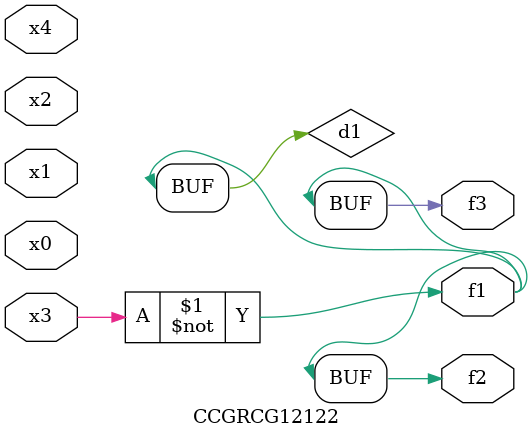
<source format=v>
module CCGRCG12122(
	input x0, x1, x2, x3, x4,
	output f1, f2, f3
);

	wire d1, d2;

	xnor (d1, x3);
	not (d2, x1);
	assign f1 = d1;
	assign f2 = d1;
	assign f3 = d1;
endmodule

</source>
